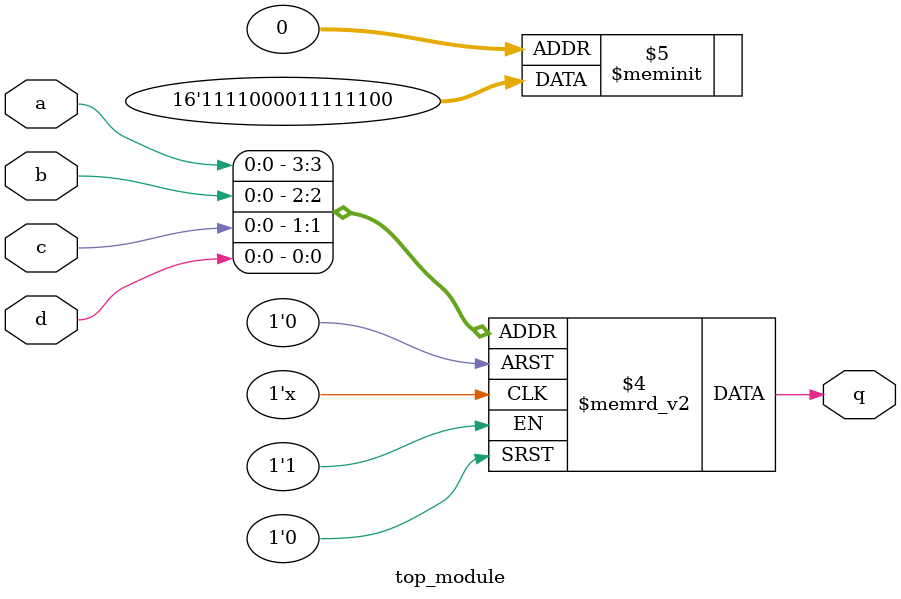
<source format=sv>
module top_module (
    input a,
    input b,
    input c,
    input d,
    output reg q
);

  always @* begin
    case ({a, b, c, d})
      4'b0000: q = 1'b0;
      4'b0001: q = 1'b0;
      4'b0010: q = 1'b1;
      4'b0011: q = 1'b1;
      4'b0100: q = 1'b1;
      4'b0101: q = 1'b1;
      4'b0110: q = 1'b1;
      4'b0111: q = 1'b1;
      4'b1000: q = 1'b0;
      4'b1001: q = 1'b0;
      4'b1010: q = 1'b0;
      4'b1011: q = 1'b0;
      4'b1100: q = 1'b1;
      4'b1101: q = 1'b1;
      4'b1110: q = 1'b1;
      4'b1111: q = 1'b1;
    endcase
  end

endmodule

</source>
